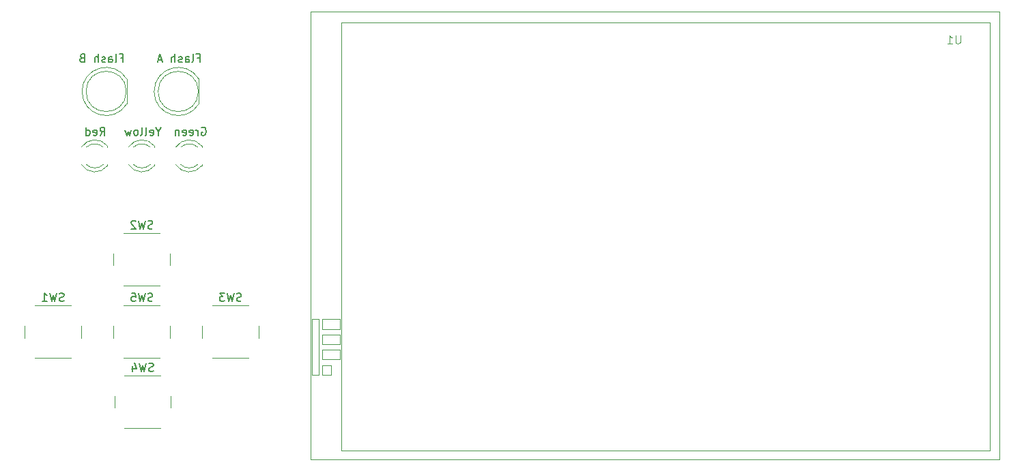
<source format=gbr>
%TF.GenerationSoftware,KiCad,Pcbnew,8.0.1*%
%TF.CreationDate,2024-07-18T08:08:08+02:00*%
%TF.ProjectId,GewitterMonitor,47657769-7474-4657-924d-6f6e69746f72,rev?*%
%TF.SameCoordinates,Original*%
%TF.FileFunction,Legend,Bot*%
%TF.FilePolarity,Positive*%
%FSLAX46Y46*%
G04 Gerber Fmt 4.6, Leading zero omitted, Abs format (unit mm)*
G04 Created by KiCad (PCBNEW 8.0.1) date 2024-07-18 08:08:08*
%MOMM*%
%LPD*%
G01*
G04 APERTURE LIST*
%ADD10C,0.150000*%
%ADD11C,0.100000*%
%ADD12C,0.120000*%
G04 APERTURE END LIST*
D10*
X74483332Y-53407200D02*
X74340475Y-53454819D01*
X74340475Y-53454819D02*
X74102380Y-53454819D01*
X74102380Y-53454819D02*
X74007142Y-53407200D01*
X74007142Y-53407200D02*
X73959523Y-53359580D01*
X73959523Y-53359580D02*
X73911904Y-53264342D01*
X73911904Y-53264342D02*
X73911904Y-53169104D01*
X73911904Y-53169104D02*
X73959523Y-53073866D01*
X73959523Y-53073866D02*
X74007142Y-53026247D01*
X74007142Y-53026247D02*
X74102380Y-52978628D01*
X74102380Y-52978628D02*
X74292856Y-52931009D01*
X74292856Y-52931009D02*
X74388094Y-52883390D01*
X74388094Y-52883390D02*
X74435713Y-52835771D01*
X74435713Y-52835771D02*
X74483332Y-52740533D01*
X74483332Y-52740533D02*
X74483332Y-52645295D01*
X74483332Y-52645295D02*
X74435713Y-52550057D01*
X74435713Y-52550057D02*
X74388094Y-52502438D01*
X74388094Y-52502438D02*
X74292856Y-52454819D01*
X74292856Y-52454819D02*
X74054761Y-52454819D01*
X74054761Y-52454819D02*
X73911904Y-52502438D01*
X73578570Y-52454819D02*
X73340475Y-53454819D01*
X73340475Y-53454819D02*
X73149999Y-52740533D01*
X73149999Y-52740533D02*
X72959523Y-53454819D01*
X72959523Y-53454819D02*
X72721428Y-52454819D01*
X72388094Y-52550057D02*
X72340475Y-52502438D01*
X72340475Y-52502438D02*
X72245237Y-52454819D01*
X72245237Y-52454819D02*
X72007142Y-52454819D01*
X72007142Y-52454819D02*
X71911904Y-52502438D01*
X71911904Y-52502438D02*
X71864285Y-52550057D01*
X71864285Y-52550057D02*
X71816666Y-52645295D01*
X71816666Y-52645295D02*
X71816666Y-52740533D01*
X71816666Y-52740533D02*
X71864285Y-52883390D01*
X71864285Y-52883390D02*
X72435713Y-53454819D01*
X72435713Y-53454819D02*
X71816666Y-53454819D01*
X63483332Y-62407200D02*
X63340475Y-62454819D01*
X63340475Y-62454819D02*
X63102380Y-62454819D01*
X63102380Y-62454819D02*
X63007142Y-62407200D01*
X63007142Y-62407200D02*
X62959523Y-62359580D01*
X62959523Y-62359580D02*
X62911904Y-62264342D01*
X62911904Y-62264342D02*
X62911904Y-62169104D01*
X62911904Y-62169104D02*
X62959523Y-62073866D01*
X62959523Y-62073866D02*
X63007142Y-62026247D01*
X63007142Y-62026247D02*
X63102380Y-61978628D01*
X63102380Y-61978628D02*
X63292856Y-61931009D01*
X63292856Y-61931009D02*
X63388094Y-61883390D01*
X63388094Y-61883390D02*
X63435713Y-61835771D01*
X63435713Y-61835771D02*
X63483332Y-61740533D01*
X63483332Y-61740533D02*
X63483332Y-61645295D01*
X63483332Y-61645295D02*
X63435713Y-61550057D01*
X63435713Y-61550057D02*
X63388094Y-61502438D01*
X63388094Y-61502438D02*
X63292856Y-61454819D01*
X63292856Y-61454819D02*
X63054761Y-61454819D01*
X63054761Y-61454819D02*
X62911904Y-61502438D01*
X62578570Y-61454819D02*
X62340475Y-62454819D01*
X62340475Y-62454819D02*
X62149999Y-61740533D01*
X62149999Y-61740533D02*
X61959523Y-62454819D01*
X61959523Y-62454819D02*
X61721428Y-61454819D01*
X60816666Y-62454819D02*
X61388094Y-62454819D01*
X61102380Y-62454819D02*
X61102380Y-61454819D01*
X61102380Y-61454819D02*
X61197618Y-61597676D01*
X61197618Y-61597676D02*
X61292856Y-61692914D01*
X61292856Y-61692914D02*
X61388094Y-61740533D01*
D11*
X174652704Y-29435019D02*
X174652704Y-30244542D01*
X174652704Y-30244542D02*
X174605085Y-30339780D01*
X174605085Y-30339780D02*
X174557466Y-30387400D01*
X174557466Y-30387400D02*
X174462228Y-30435019D01*
X174462228Y-30435019D02*
X174271752Y-30435019D01*
X174271752Y-30435019D02*
X174176514Y-30387400D01*
X174176514Y-30387400D02*
X174128895Y-30339780D01*
X174128895Y-30339780D02*
X174081276Y-30244542D01*
X174081276Y-30244542D02*
X174081276Y-29435019D01*
X173081276Y-30435019D02*
X173652704Y-30435019D01*
X173366990Y-30435019D02*
X173366990Y-29435019D01*
X173366990Y-29435019D02*
X173462228Y-29577876D01*
X173462228Y-29577876D02*
X173557466Y-29673114D01*
X173557466Y-29673114D02*
X173652704Y-29720733D01*
D10*
X67971428Y-41854819D02*
X68304761Y-41378628D01*
X68542856Y-41854819D02*
X68542856Y-40854819D01*
X68542856Y-40854819D02*
X68161904Y-40854819D01*
X68161904Y-40854819D02*
X68066666Y-40902438D01*
X68066666Y-40902438D02*
X68019047Y-40950057D01*
X68019047Y-40950057D02*
X67971428Y-41045295D01*
X67971428Y-41045295D02*
X67971428Y-41188152D01*
X67971428Y-41188152D02*
X68019047Y-41283390D01*
X68019047Y-41283390D02*
X68066666Y-41331009D01*
X68066666Y-41331009D02*
X68161904Y-41378628D01*
X68161904Y-41378628D02*
X68542856Y-41378628D01*
X67161904Y-41807200D02*
X67257142Y-41854819D01*
X67257142Y-41854819D02*
X67447618Y-41854819D01*
X67447618Y-41854819D02*
X67542856Y-41807200D01*
X67542856Y-41807200D02*
X67590475Y-41711961D01*
X67590475Y-41711961D02*
X67590475Y-41331009D01*
X67590475Y-41331009D02*
X67542856Y-41235771D01*
X67542856Y-41235771D02*
X67447618Y-41188152D01*
X67447618Y-41188152D02*
X67257142Y-41188152D01*
X67257142Y-41188152D02*
X67161904Y-41235771D01*
X67161904Y-41235771D02*
X67114285Y-41331009D01*
X67114285Y-41331009D02*
X67114285Y-41426247D01*
X67114285Y-41426247D02*
X67590475Y-41521485D01*
X66257142Y-41854819D02*
X66257142Y-40854819D01*
X66257142Y-41807200D02*
X66352380Y-41854819D01*
X66352380Y-41854819D02*
X66542856Y-41854819D01*
X66542856Y-41854819D02*
X66638094Y-41807200D01*
X66638094Y-41807200D02*
X66685713Y-41759580D01*
X66685713Y-41759580D02*
X66733332Y-41664342D01*
X66733332Y-41664342D02*
X66733332Y-41378628D01*
X66733332Y-41378628D02*
X66685713Y-41283390D01*
X66685713Y-41283390D02*
X66638094Y-41235771D01*
X66638094Y-41235771D02*
X66542856Y-41188152D01*
X66542856Y-41188152D02*
X66352380Y-41188152D01*
X66352380Y-41188152D02*
X66257142Y-41235771D01*
X75228571Y-41378628D02*
X75228571Y-41854819D01*
X75561904Y-40854819D02*
X75228571Y-41378628D01*
X75228571Y-41378628D02*
X74895238Y-40854819D01*
X74180952Y-41807200D02*
X74276190Y-41854819D01*
X74276190Y-41854819D02*
X74466666Y-41854819D01*
X74466666Y-41854819D02*
X74561904Y-41807200D01*
X74561904Y-41807200D02*
X74609523Y-41711961D01*
X74609523Y-41711961D02*
X74609523Y-41331009D01*
X74609523Y-41331009D02*
X74561904Y-41235771D01*
X74561904Y-41235771D02*
X74466666Y-41188152D01*
X74466666Y-41188152D02*
X74276190Y-41188152D01*
X74276190Y-41188152D02*
X74180952Y-41235771D01*
X74180952Y-41235771D02*
X74133333Y-41331009D01*
X74133333Y-41331009D02*
X74133333Y-41426247D01*
X74133333Y-41426247D02*
X74609523Y-41521485D01*
X73561904Y-41854819D02*
X73657142Y-41807200D01*
X73657142Y-41807200D02*
X73704761Y-41711961D01*
X73704761Y-41711961D02*
X73704761Y-40854819D01*
X73038094Y-41854819D02*
X73133332Y-41807200D01*
X73133332Y-41807200D02*
X73180951Y-41711961D01*
X73180951Y-41711961D02*
X73180951Y-40854819D01*
X72514284Y-41854819D02*
X72609522Y-41807200D01*
X72609522Y-41807200D02*
X72657141Y-41759580D01*
X72657141Y-41759580D02*
X72704760Y-41664342D01*
X72704760Y-41664342D02*
X72704760Y-41378628D01*
X72704760Y-41378628D02*
X72657141Y-41283390D01*
X72657141Y-41283390D02*
X72609522Y-41235771D01*
X72609522Y-41235771D02*
X72514284Y-41188152D01*
X72514284Y-41188152D02*
X72371427Y-41188152D01*
X72371427Y-41188152D02*
X72276189Y-41235771D01*
X72276189Y-41235771D02*
X72228570Y-41283390D01*
X72228570Y-41283390D02*
X72180951Y-41378628D01*
X72180951Y-41378628D02*
X72180951Y-41664342D01*
X72180951Y-41664342D02*
X72228570Y-41759580D01*
X72228570Y-41759580D02*
X72276189Y-41807200D01*
X72276189Y-41807200D02*
X72371427Y-41854819D01*
X72371427Y-41854819D02*
X72514284Y-41854819D01*
X71847617Y-41188152D02*
X71657141Y-41854819D01*
X71657141Y-41854819D02*
X71466665Y-41378628D01*
X71466665Y-41378628D02*
X71276189Y-41854819D01*
X71276189Y-41854819D02*
X71085713Y-41188152D01*
X70509524Y-32231009D02*
X70842857Y-32231009D01*
X70842857Y-32754819D02*
X70842857Y-31754819D01*
X70842857Y-31754819D02*
X70366667Y-31754819D01*
X69842857Y-32754819D02*
X69938095Y-32707200D01*
X69938095Y-32707200D02*
X69985714Y-32611961D01*
X69985714Y-32611961D02*
X69985714Y-31754819D01*
X69033333Y-32754819D02*
X69033333Y-32231009D01*
X69033333Y-32231009D02*
X69080952Y-32135771D01*
X69080952Y-32135771D02*
X69176190Y-32088152D01*
X69176190Y-32088152D02*
X69366666Y-32088152D01*
X69366666Y-32088152D02*
X69461904Y-32135771D01*
X69033333Y-32707200D02*
X69128571Y-32754819D01*
X69128571Y-32754819D02*
X69366666Y-32754819D01*
X69366666Y-32754819D02*
X69461904Y-32707200D01*
X69461904Y-32707200D02*
X69509523Y-32611961D01*
X69509523Y-32611961D02*
X69509523Y-32516723D01*
X69509523Y-32516723D02*
X69461904Y-32421485D01*
X69461904Y-32421485D02*
X69366666Y-32373866D01*
X69366666Y-32373866D02*
X69128571Y-32373866D01*
X69128571Y-32373866D02*
X69033333Y-32326247D01*
X68604761Y-32707200D02*
X68509523Y-32754819D01*
X68509523Y-32754819D02*
X68319047Y-32754819D01*
X68319047Y-32754819D02*
X68223809Y-32707200D01*
X68223809Y-32707200D02*
X68176190Y-32611961D01*
X68176190Y-32611961D02*
X68176190Y-32564342D01*
X68176190Y-32564342D02*
X68223809Y-32469104D01*
X68223809Y-32469104D02*
X68319047Y-32421485D01*
X68319047Y-32421485D02*
X68461904Y-32421485D01*
X68461904Y-32421485D02*
X68557142Y-32373866D01*
X68557142Y-32373866D02*
X68604761Y-32278628D01*
X68604761Y-32278628D02*
X68604761Y-32231009D01*
X68604761Y-32231009D02*
X68557142Y-32135771D01*
X68557142Y-32135771D02*
X68461904Y-32088152D01*
X68461904Y-32088152D02*
X68319047Y-32088152D01*
X68319047Y-32088152D02*
X68223809Y-32135771D01*
X67747618Y-32754819D02*
X67747618Y-31754819D01*
X67319047Y-32754819D02*
X67319047Y-32231009D01*
X67319047Y-32231009D02*
X67366666Y-32135771D01*
X67366666Y-32135771D02*
X67461904Y-32088152D01*
X67461904Y-32088152D02*
X67604761Y-32088152D01*
X67604761Y-32088152D02*
X67699999Y-32135771D01*
X67699999Y-32135771D02*
X67747618Y-32183390D01*
X65747618Y-32231009D02*
X65604761Y-32278628D01*
X65604761Y-32278628D02*
X65557142Y-32326247D01*
X65557142Y-32326247D02*
X65509523Y-32421485D01*
X65509523Y-32421485D02*
X65509523Y-32564342D01*
X65509523Y-32564342D02*
X65557142Y-32659580D01*
X65557142Y-32659580D02*
X65604761Y-32707200D01*
X65604761Y-32707200D02*
X65699999Y-32754819D01*
X65699999Y-32754819D02*
X66080951Y-32754819D01*
X66080951Y-32754819D02*
X66080951Y-31754819D01*
X66080951Y-31754819D02*
X65747618Y-31754819D01*
X65747618Y-31754819D02*
X65652380Y-31802438D01*
X65652380Y-31802438D02*
X65604761Y-31850057D01*
X65604761Y-31850057D02*
X65557142Y-31945295D01*
X65557142Y-31945295D02*
X65557142Y-32040533D01*
X65557142Y-32040533D02*
X65604761Y-32135771D01*
X65604761Y-32135771D02*
X65652380Y-32183390D01*
X65652380Y-32183390D02*
X65747618Y-32231009D01*
X65747618Y-32231009D02*
X66080951Y-32231009D01*
X80557143Y-40902438D02*
X80652381Y-40854819D01*
X80652381Y-40854819D02*
X80795238Y-40854819D01*
X80795238Y-40854819D02*
X80938095Y-40902438D01*
X80938095Y-40902438D02*
X81033333Y-40997676D01*
X81033333Y-40997676D02*
X81080952Y-41092914D01*
X81080952Y-41092914D02*
X81128571Y-41283390D01*
X81128571Y-41283390D02*
X81128571Y-41426247D01*
X81128571Y-41426247D02*
X81080952Y-41616723D01*
X81080952Y-41616723D02*
X81033333Y-41711961D01*
X81033333Y-41711961D02*
X80938095Y-41807200D01*
X80938095Y-41807200D02*
X80795238Y-41854819D01*
X80795238Y-41854819D02*
X80700000Y-41854819D01*
X80700000Y-41854819D02*
X80557143Y-41807200D01*
X80557143Y-41807200D02*
X80509524Y-41759580D01*
X80509524Y-41759580D02*
X80509524Y-41426247D01*
X80509524Y-41426247D02*
X80700000Y-41426247D01*
X80080952Y-41854819D02*
X80080952Y-41188152D01*
X80080952Y-41378628D02*
X80033333Y-41283390D01*
X80033333Y-41283390D02*
X79985714Y-41235771D01*
X79985714Y-41235771D02*
X79890476Y-41188152D01*
X79890476Y-41188152D02*
X79795238Y-41188152D01*
X79080952Y-41807200D02*
X79176190Y-41854819D01*
X79176190Y-41854819D02*
X79366666Y-41854819D01*
X79366666Y-41854819D02*
X79461904Y-41807200D01*
X79461904Y-41807200D02*
X79509523Y-41711961D01*
X79509523Y-41711961D02*
X79509523Y-41331009D01*
X79509523Y-41331009D02*
X79461904Y-41235771D01*
X79461904Y-41235771D02*
X79366666Y-41188152D01*
X79366666Y-41188152D02*
X79176190Y-41188152D01*
X79176190Y-41188152D02*
X79080952Y-41235771D01*
X79080952Y-41235771D02*
X79033333Y-41331009D01*
X79033333Y-41331009D02*
X79033333Y-41426247D01*
X79033333Y-41426247D02*
X79509523Y-41521485D01*
X78223809Y-41807200D02*
X78319047Y-41854819D01*
X78319047Y-41854819D02*
X78509523Y-41854819D01*
X78509523Y-41854819D02*
X78604761Y-41807200D01*
X78604761Y-41807200D02*
X78652380Y-41711961D01*
X78652380Y-41711961D02*
X78652380Y-41331009D01*
X78652380Y-41331009D02*
X78604761Y-41235771D01*
X78604761Y-41235771D02*
X78509523Y-41188152D01*
X78509523Y-41188152D02*
X78319047Y-41188152D01*
X78319047Y-41188152D02*
X78223809Y-41235771D01*
X78223809Y-41235771D02*
X78176190Y-41331009D01*
X78176190Y-41331009D02*
X78176190Y-41426247D01*
X78176190Y-41426247D02*
X78652380Y-41521485D01*
X77747618Y-41188152D02*
X77747618Y-41854819D01*
X77747618Y-41283390D02*
X77699999Y-41235771D01*
X77699999Y-41235771D02*
X77604761Y-41188152D01*
X77604761Y-41188152D02*
X77461904Y-41188152D01*
X77461904Y-41188152D02*
X77366666Y-41235771D01*
X77366666Y-41235771D02*
X77319047Y-41331009D01*
X77319047Y-41331009D02*
X77319047Y-41854819D01*
X85483332Y-62407200D02*
X85340475Y-62454819D01*
X85340475Y-62454819D02*
X85102380Y-62454819D01*
X85102380Y-62454819D02*
X85007142Y-62407200D01*
X85007142Y-62407200D02*
X84959523Y-62359580D01*
X84959523Y-62359580D02*
X84911904Y-62264342D01*
X84911904Y-62264342D02*
X84911904Y-62169104D01*
X84911904Y-62169104D02*
X84959523Y-62073866D01*
X84959523Y-62073866D02*
X85007142Y-62026247D01*
X85007142Y-62026247D02*
X85102380Y-61978628D01*
X85102380Y-61978628D02*
X85292856Y-61931009D01*
X85292856Y-61931009D02*
X85388094Y-61883390D01*
X85388094Y-61883390D02*
X85435713Y-61835771D01*
X85435713Y-61835771D02*
X85483332Y-61740533D01*
X85483332Y-61740533D02*
X85483332Y-61645295D01*
X85483332Y-61645295D02*
X85435713Y-61550057D01*
X85435713Y-61550057D02*
X85388094Y-61502438D01*
X85388094Y-61502438D02*
X85292856Y-61454819D01*
X85292856Y-61454819D02*
X85054761Y-61454819D01*
X85054761Y-61454819D02*
X84911904Y-61502438D01*
X84578570Y-61454819D02*
X84340475Y-62454819D01*
X84340475Y-62454819D02*
X84149999Y-61740533D01*
X84149999Y-61740533D02*
X83959523Y-62454819D01*
X83959523Y-62454819D02*
X83721428Y-61454819D01*
X83435713Y-61454819D02*
X82816666Y-61454819D01*
X82816666Y-61454819D02*
X83149999Y-61835771D01*
X83149999Y-61835771D02*
X83007142Y-61835771D01*
X83007142Y-61835771D02*
X82911904Y-61883390D01*
X82911904Y-61883390D02*
X82864285Y-61931009D01*
X82864285Y-61931009D02*
X82816666Y-62026247D01*
X82816666Y-62026247D02*
X82816666Y-62264342D01*
X82816666Y-62264342D02*
X82864285Y-62359580D01*
X82864285Y-62359580D02*
X82911904Y-62407200D01*
X82911904Y-62407200D02*
X83007142Y-62454819D01*
X83007142Y-62454819D02*
X83292856Y-62454819D01*
X83292856Y-62454819D02*
X83388094Y-62407200D01*
X83388094Y-62407200D02*
X83435713Y-62359580D01*
X74483332Y-62407200D02*
X74340475Y-62454819D01*
X74340475Y-62454819D02*
X74102380Y-62454819D01*
X74102380Y-62454819D02*
X74007142Y-62407200D01*
X74007142Y-62407200D02*
X73959523Y-62359580D01*
X73959523Y-62359580D02*
X73911904Y-62264342D01*
X73911904Y-62264342D02*
X73911904Y-62169104D01*
X73911904Y-62169104D02*
X73959523Y-62073866D01*
X73959523Y-62073866D02*
X74007142Y-62026247D01*
X74007142Y-62026247D02*
X74102380Y-61978628D01*
X74102380Y-61978628D02*
X74292856Y-61931009D01*
X74292856Y-61931009D02*
X74388094Y-61883390D01*
X74388094Y-61883390D02*
X74435713Y-61835771D01*
X74435713Y-61835771D02*
X74483332Y-61740533D01*
X74483332Y-61740533D02*
X74483332Y-61645295D01*
X74483332Y-61645295D02*
X74435713Y-61550057D01*
X74435713Y-61550057D02*
X74388094Y-61502438D01*
X74388094Y-61502438D02*
X74292856Y-61454819D01*
X74292856Y-61454819D02*
X74054761Y-61454819D01*
X74054761Y-61454819D02*
X73911904Y-61502438D01*
X73578570Y-61454819D02*
X73340475Y-62454819D01*
X73340475Y-62454819D02*
X73149999Y-61740533D01*
X73149999Y-61740533D02*
X72959523Y-62454819D01*
X72959523Y-62454819D02*
X72721428Y-61454819D01*
X71864285Y-61454819D02*
X72340475Y-61454819D01*
X72340475Y-61454819D02*
X72388094Y-61931009D01*
X72388094Y-61931009D02*
X72340475Y-61883390D01*
X72340475Y-61883390D02*
X72245237Y-61835771D01*
X72245237Y-61835771D02*
X72007142Y-61835771D01*
X72007142Y-61835771D02*
X71911904Y-61883390D01*
X71911904Y-61883390D02*
X71864285Y-61931009D01*
X71864285Y-61931009D02*
X71816666Y-62026247D01*
X71816666Y-62026247D02*
X71816666Y-62264342D01*
X71816666Y-62264342D02*
X71864285Y-62359580D01*
X71864285Y-62359580D02*
X71911904Y-62407200D01*
X71911904Y-62407200D02*
X72007142Y-62454819D01*
X72007142Y-62454819D02*
X72245237Y-62454819D01*
X72245237Y-62454819D02*
X72340475Y-62407200D01*
X72340475Y-62407200D02*
X72388094Y-62359580D01*
X74583332Y-71107200D02*
X74440475Y-71154819D01*
X74440475Y-71154819D02*
X74202380Y-71154819D01*
X74202380Y-71154819D02*
X74107142Y-71107200D01*
X74107142Y-71107200D02*
X74059523Y-71059580D01*
X74059523Y-71059580D02*
X74011904Y-70964342D01*
X74011904Y-70964342D02*
X74011904Y-70869104D01*
X74011904Y-70869104D02*
X74059523Y-70773866D01*
X74059523Y-70773866D02*
X74107142Y-70726247D01*
X74107142Y-70726247D02*
X74202380Y-70678628D01*
X74202380Y-70678628D02*
X74392856Y-70631009D01*
X74392856Y-70631009D02*
X74488094Y-70583390D01*
X74488094Y-70583390D02*
X74535713Y-70535771D01*
X74535713Y-70535771D02*
X74583332Y-70440533D01*
X74583332Y-70440533D02*
X74583332Y-70345295D01*
X74583332Y-70345295D02*
X74535713Y-70250057D01*
X74535713Y-70250057D02*
X74488094Y-70202438D01*
X74488094Y-70202438D02*
X74392856Y-70154819D01*
X74392856Y-70154819D02*
X74154761Y-70154819D01*
X74154761Y-70154819D02*
X74011904Y-70202438D01*
X73678570Y-70154819D02*
X73440475Y-71154819D01*
X73440475Y-71154819D02*
X73249999Y-70440533D01*
X73249999Y-70440533D02*
X73059523Y-71154819D01*
X73059523Y-71154819D02*
X72821428Y-70154819D01*
X72011904Y-70488152D02*
X72011904Y-71154819D01*
X72249999Y-70107200D02*
X72488094Y-70821485D01*
X72488094Y-70821485D02*
X71869047Y-70821485D01*
X80038095Y-32231009D02*
X80371428Y-32231009D01*
X80371428Y-32754819D02*
X80371428Y-31754819D01*
X80371428Y-31754819D02*
X79895238Y-31754819D01*
X79371428Y-32754819D02*
X79466666Y-32707200D01*
X79466666Y-32707200D02*
X79514285Y-32611961D01*
X79514285Y-32611961D02*
X79514285Y-31754819D01*
X78561904Y-32754819D02*
X78561904Y-32231009D01*
X78561904Y-32231009D02*
X78609523Y-32135771D01*
X78609523Y-32135771D02*
X78704761Y-32088152D01*
X78704761Y-32088152D02*
X78895237Y-32088152D01*
X78895237Y-32088152D02*
X78990475Y-32135771D01*
X78561904Y-32707200D02*
X78657142Y-32754819D01*
X78657142Y-32754819D02*
X78895237Y-32754819D01*
X78895237Y-32754819D02*
X78990475Y-32707200D01*
X78990475Y-32707200D02*
X79038094Y-32611961D01*
X79038094Y-32611961D02*
X79038094Y-32516723D01*
X79038094Y-32516723D02*
X78990475Y-32421485D01*
X78990475Y-32421485D02*
X78895237Y-32373866D01*
X78895237Y-32373866D02*
X78657142Y-32373866D01*
X78657142Y-32373866D02*
X78561904Y-32326247D01*
X78133332Y-32707200D02*
X78038094Y-32754819D01*
X78038094Y-32754819D02*
X77847618Y-32754819D01*
X77847618Y-32754819D02*
X77752380Y-32707200D01*
X77752380Y-32707200D02*
X77704761Y-32611961D01*
X77704761Y-32611961D02*
X77704761Y-32564342D01*
X77704761Y-32564342D02*
X77752380Y-32469104D01*
X77752380Y-32469104D02*
X77847618Y-32421485D01*
X77847618Y-32421485D02*
X77990475Y-32421485D01*
X77990475Y-32421485D02*
X78085713Y-32373866D01*
X78085713Y-32373866D02*
X78133332Y-32278628D01*
X78133332Y-32278628D02*
X78133332Y-32231009D01*
X78133332Y-32231009D02*
X78085713Y-32135771D01*
X78085713Y-32135771D02*
X77990475Y-32088152D01*
X77990475Y-32088152D02*
X77847618Y-32088152D01*
X77847618Y-32088152D02*
X77752380Y-32135771D01*
X77276189Y-32754819D02*
X77276189Y-31754819D01*
X76847618Y-32754819D02*
X76847618Y-32231009D01*
X76847618Y-32231009D02*
X76895237Y-32135771D01*
X76895237Y-32135771D02*
X76990475Y-32088152D01*
X76990475Y-32088152D02*
X77133332Y-32088152D01*
X77133332Y-32088152D02*
X77228570Y-32135771D01*
X77228570Y-32135771D02*
X77276189Y-32183390D01*
X75657141Y-32469104D02*
X75180951Y-32469104D01*
X75752379Y-32754819D02*
X75419046Y-31754819D01*
X75419046Y-31754819D02*
X75085713Y-32754819D01*
D12*
%TO.C,SW2*%
X69650000Y-58000000D02*
X69650000Y-56500000D01*
X70900000Y-54000000D02*
X75400000Y-54000000D01*
X75400000Y-60500000D02*
X70900000Y-60500000D01*
X76650000Y-56500000D02*
X76650000Y-58000000D01*
%TO.C,SW1*%
X58650000Y-67000000D02*
X58650000Y-65500000D01*
X59900000Y-63000000D02*
X64400000Y-63000000D01*
X64400000Y-69500000D02*
X59900000Y-69500000D01*
X65650000Y-65500000D02*
X65650000Y-67000000D01*
%TO.C,U1*%
D11*
X95100000Y-64700000D02*
X94300000Y-64700000D01*
X94300000Y-71600000D01*
X95100000Y-71600000D01*
X95100000Y-64700000D01*
X96600000Y-70400000D02*
X95500000Y-70400000D01*
X95500000Y-71600000D01*
X96600000Y-71600000D01*
X96600000Y-70400000D01*
X97700000Y-64700000D02*
X95500000Y-64700000D01*
X95500000Y-65900000D01*
X97700000Y-65900000D01*
X97700000Y-64700000D01*
X97700000Y-66600000D02*
X95500000Y-66600000D01*
X95500000Y-67800000D01*
X97700000Y-67800000D01*
X97700000Y-66600000D01*
X97700000Y-68500000D02*
X95500000Y-68500000D01*
X95500000Y-69700000D01*
X97700000Y-69700000D01*
X97700000Y-68500000D01*
X178300000Y-27800000D02*
X97900000Y-27800000D01*
X97900000Y-81000000D01*
X178300000Y-81000000D01*
X178300000Y-27800000D01*
X179500000Y-26500000D02*
X94100000Y-26500000D01*
X94100000Y-82100000D01*
X179500000Y-82100000D01*
X179500000Y-26500000D01*
D12*
%TO.C,D8*%
X68890000Y-43164000D02*
X68890000Y-43320000D01*
X68890000Y-45480000D02*
X68890000Y-45636000D01*
X65657666Y-43321392D02*
G75*
G02*
X68889999Y-43164485I1672334J-1078608D01*
G01*
X66288871Y-43320164D02*
G75*
G02*
X68370960Y-43320001I1041129J-1079836D01*
G01*
X68370960Y-45479999D02*
G75*
G02*
X66288871Y-45479836I-1040960J1079999D01*
G01*
X68889999Y-45635515D02*
G75*
G02*
X65657666Y-45478608I-1559999J1235515D01*
G01*
%TO.C,D7*%
X74725000Y-43164000D02*
X74725000Y-43320000D01*
X74725000Y-45480000D02*
X74725000Y-45636000D01*
X71492666Y-43321392D02*
G75*
G02*
X74724999Y-43164485I1672334J-1078608D01*
G01*
X72123871Y-43320164D02*
G75*
G02*
X74205960Y-43320001I1041129J-1079836D01*
G01*
X74205960Y-45479999D02*
G75*
G02*
X72123871Y-45479836I-1040960J1079999D01*
G01*
X74724999Y-45635515D02*
G75*
G02*
X71492666Y-45478608I-1559999J1235515D01*
G01*
%TO.C,D5*%
X71290000Y-34850600D02*
X71290000Y-37940600D01*
X65740000Y-36396062D02*
G75*
G02*
X71290000Y-34850770I2990000J462D01*
G01*
X71289999Y-37940430D02*
G75*
G02*
X65740001Y-36395138I-2559999J1544830D01*
G01*
X71230000Y-36395600D02*
G75*
G02*
X66230000Y-36395600I-2500000J0D01*
G01*
X66230000Y-36395600D02*
G75*
G02*
X71230000Y-36395600I2500000J0D01*
G01*
%TO.C,D4*%
X80590000Y-43164000D02*
X80590000Y-43320000D01*
X80590000Y-45480000D02*
X80590000Y-45636000D01*
X77357666Y-43321392D02*
G75*
G02*
X80589999Y-43164485I1672334J-1078608D01*
G01*
X77988871Y-43320164D02*
G75*
G02*
X80070960Y-43320001I1041129J-1079836D01*
G01*
X80070960Y-45479999D02*
G75*
G02*
X77988871Y-45479836I-1040960J1079999D01*
G01*
X80589999Y-45635515D02*
G75*
G02*
X77357666Y-45478608I-1559999J1235515D01*
G01*
%TO.C,SW3*%
X80650000Y-67000000D02*
X80650000Y-65500000D01*
X81900000Y-63000000D02*
X86400000Y-63000000D01*
X86400000Y-69500000D02*
X81900000Y-69500000D01*
X87650000Y-65500000D02*
X87650000Y-67000000D01*
%TO.C,SW5*%
X69650000Y-67000000D02*
X69650000Y-65500000D01*
X70900000Y-63000000D02*
X75400000Y-63000000D01*
X75400000Y-69500000D02*
X70900000Y-69500000D01*
X76650000Y-65500000D02*
X76650000Y-67000000D01*
%TO.C,SW4*%
X69750000Y-75700000D02*
X69750000Y-74200000D01*
X71000000Y-71700000D02*
X75500000Y-71700000D01*
X75500000Y-78200000D02*
X71000000Y-78200000D01*
X76750000Y-74200000D02*
X76750000Y-75700000D01*
%TO.C,D3*%
X80230000Y-34855000D02*
X80230000Y-37945000D01*
X74680000Y-36400462D02*
G75*
G02*
X80230000Y-34855170I2990000J462D01*
G01*
X80229999Y-37944830D02*
G75*
G02*
X74680001Y-36399538I-2559999J1544830D01*
G01*
X80170000Y-36400000D02*
G75*
G02*
X75170000Y-36400000I-2500000J0D01*
G01*
X75170000Y-36400000D02*
G75*
G02*
X80170000Y-36400000I2500000J0D01*
G01*
%TD*%
M02*

</source>
